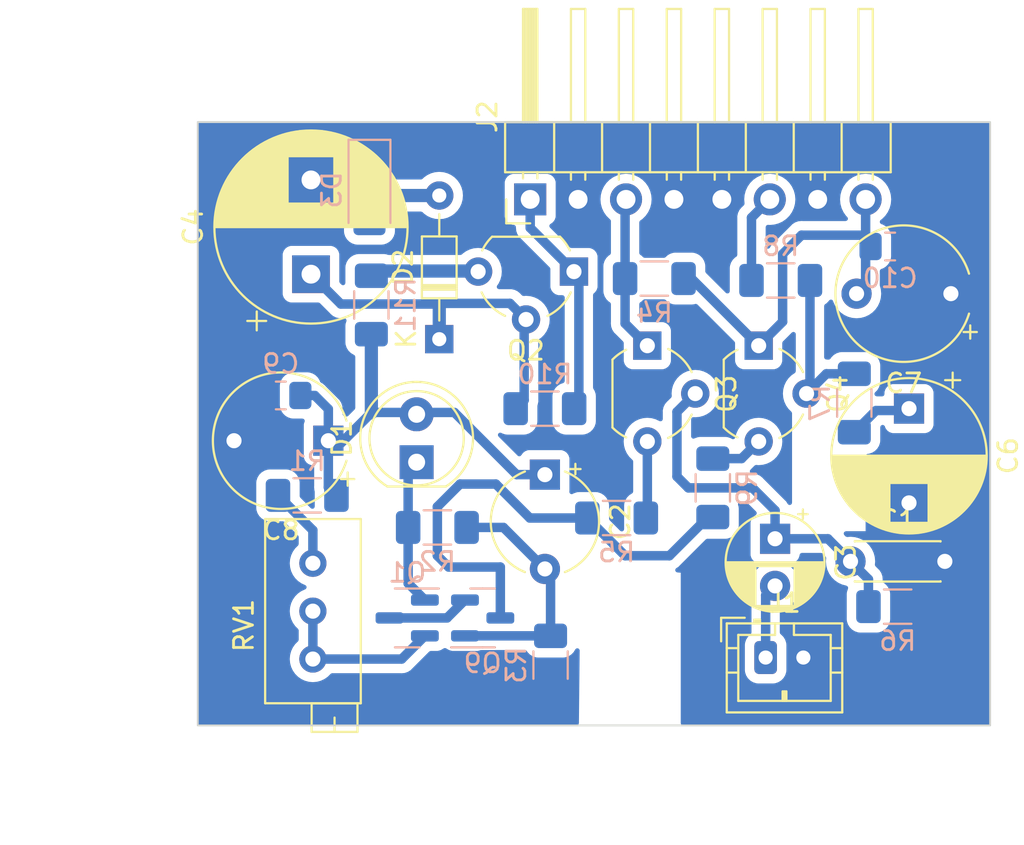
<source format=kicad_pcb>
(kicad_pcb (version 20221018) (generator pcbnew)
  (layers (0 "F.Cu" signal) (31 "B.Cu" signal) (34 "B.Paste" user) (35 "F.Paste" user) (36 "B.SilkS" user "B.Silkscreen") (37 "F.SilkS" user "F.Silkscreen") (38 "B.Mask" user) (39 "F.Mask" user) (44 "Edge.Cuts" user))
  (net 0 "")
  (net 1 "Net-(Q3-B)")
  (net 2 "GND")
  (net 3 "Net-(D1-A)")
  (net 4 "Net-(J1-Pin_1)")
  (net 5 "Net-(J2-Pin_8)")
  (net 6 "Net-(C6-Pad1)")
  (net 7 "Net-(D1-K)")
  (net 8 "Net-(J2-Pin_3)")
  (net 9 "Net-(J2-Pin_6)")
  (net 10 "Net-(Q1-C)")
  (net 11 "Net-(Q1-E)")
  (net 12 "Net-(Q4-B)")
  (net 13 "Net-(Q9-B)")
  (net 14 "Net-(Q2-E)")
  (net 15 "Net-(Q3-E)")
  (net 16 "Net-(D2-K)")
  (net 17 "Net-(J2-Pin_1)")
  (net 18 "Net-(Q4-E)")
  (net 19 "Net-(Q9-C)")
  (net 20 "Net-(R1-Pad2)")
  (net 21 "Net-(D2-A)")
  (footprint "Potentiometer_THT:Potentiometer_Bourns_3296X_Horizontal" (layer "F.Cu") (at 117.1 92.4 90)
    (fp_text reference "RV1" (at -3.3 -3.66 90) (layer "F.SilkS"))
    (fp_text value "1k")
    (pad "1" thru_hole circle (at 0 0 90) (size 1.44 1.44) (drill 0.8) (layers "*.Cu" "*.Mask") (net 20 "Net-(R1-Pad2)"))
    (pad "2" thru_hole circle (at -2.54 0 90) (size 1.44 1.44) (drill 0.8) (layers "*.Cu" "*.Mask") (net 11 "Net-(Q1-E)"))
    (pad "3" thru_hole circle (at -5.08 0 90) (size 1.44 1.44) (drill 0.8) (layers "*.Cu" "*.Mask") (net 11 "Net-(Q1-E)"))
  )
  (footprint "Connector_PinHeader_2.54mm:PinHeader_1x08_P2.54mm_Horizontal" (layer "F.Cu") (at 128.62 73.1 90)
    (fp_text reference "J2" (at 4.385 -2.27 90) (layer "F.SilkS"))
    (fp_text value "Conn_01x08")
    (pad "1" thru_hole rect (at 0 0 90) (size 1.7 1.7) (drill 1) (layers "*.Cu" "*.Mask") (net 17 "Net-(J2-Pin_1)"))
    (pad "2" thru_hole oval (at 0 2.54 90) (size 1.7 1.7) (drill 1) (layers "*.Cu" "*.Mask") (net 2 "GND"))
    (pad "3" thru_hole oval (at 0 5.08 90) (size 1.7 1.7) (drill 1) (layers "*.Cu" "*.Mask") (net 8 "Net-(J2-Pin_3)"))
    (pad "4" thru_hole oval (at 0 7.62 90) (size 1.7 1.7) (drill 1) (layers "*.Cu" "*.Mask") (net 2 "GND"))
    (pad "5" thru_hole oval (at 0 10.16 90) (size 1.7 1.7) (drill 1) (layers "*.Cu" "*.Mask") (net 2 "GND"))
    (pad "6" thru_hole oval (at 0 12.7 90) (size 1.7 1.7) (drill 1) (layers "*.Cu" "*.Mask") (net 9 "Net-(J2-Pin_6)"))
    (pad "7" thru_hole oval (at 0 15.24 90) (size 1.7 1.7) (drill 1) (layers "*.Cu" "*.Mask") (net 2 "GND"))
    (pad "8" thru_hole oval (at 0 17.78 90) (size 1.7 1.7) (drill 1) (layers "*.Cu" "*.Mask") (net 5 "Net-(J2-Pin_8)"))
  )
  (footprint "Package_TO_SOT_THT:TO-92_Wide" (layer "F.Cu") (at 130.94 76.93 180)
    (fp_text reference "Q2" (at 2.55 -4.19) (layer "F.SilkS"))
    (fp_text value "BC237")
    (pad "1" thru_hole rect (at 0 0 180) (size 1.5 1.5) (drill 0.8) (layers "*.Cu" "*.Mask") (net 17 "Net-(J2-Pin_1)"))
    (pad "2" thru_hole circle (at 2.54 -2.54 180) (size 1.5 1.5) (drill 0.8) (layers "*.Cu" "*.Mask") (net 16 "Net-(D2-K)"))
    (pad "3" thru_hole circle (at 5.08 0 180) (size 1.5 1.5) (drill 0.8) (layers "*.Cu" "*.Mask") (net 14 "Net-(Q2-E)"))
  )
  (footprint "LED_THT:LED_D5.0mm" (layer "F.Cu") (at 122.6 87.04 90)
    (fp_text reference "D1" (at 1.27 -3.96 90) (layer "F.SilkS"))
    (fp_text value "LED_Small")
    (pad "1" thru_hole rect (at 0 0 90) (size 1.8 1.8) (drill 0.9) (layers "*.Cu" "*.Mask") (net 7 "Net-(D1-K)"))
    (pad "2" thru_hole circle (at 2.54 0 90) (size 1.8 1.8) (drill 0.9) (layers "*.Cu" "*.Mask") (net 3 "Net-(D1-A)"))
  )
  (footprint "Capacitor_THT:CP_Radial_D5.0mm_P2.50mm" (layer "F.Cu") (at 141.6 91.1 -90)
    (fp_text reference "C3" (at 1.25 -3.75 90) (layer "F.SilkS"))
    (fp_text value "2u2/16V")
    (pad "1" thru_hole rect (at 0 0 270) (size 1.6 1.6) (drill 0.8) (layers "*.Cu" "*.Mask") (net 1 "Net-(Q3-B)"))
    (pad "2" thru_hole circle (at 2.5 0 270) (size 1.6 1.6) (drill 0.8) (layers "*.Cu" "*.Mask") (net 4 "Net-(J1-Pin_1)"))
  )
  (footprint "Package_TO_SOT_THT:TO-92_Wide" (layer "F.Cu") (at 140.73 80.86 -90)
    (fp_text reference "Q4" (at 2.55 -4.19 90) (layer "F.SilkS"))
    (fp_text value "BC560C")
    (pad "1" thru_hole rect (at 0 0 270) (size 1.5 1.5) (drill 0.8) (layers "*.Cu" "*.Mask") (net 5 "Net-(J2-Pin_8)"))
    (pad "2" thru_hole circle (at 2.54 -2.54 270) (size 1.5 1.5) (drill 0.8) (layers "*.Cu" "*.Mask") (net 12 "Net-(Q4-B)"))
    (pad "3" thru_hole circle (at 5.08 0 270) (size 1.5 1.5) (drill 0.8) (layers "*.Cu" "*.Mask") (net 18 "Net-(Q4-E)"))
  )
  (footprint "Connector_JST:JST_PH_B2B-PH-K_1x02_P2.00mm_Vertical" (layer "F.Cu") (at 141.1 97.4)
    (fp_text reference "J1" (at 1 -2.9) (layer "F.SilkS"))
    (fp_text value "Conn_01x02")
    (pad "1" thru_hole roundrect (at 0 0) (size 1.2 1.75) (drill 0.75) (layers "*.Cu" "*.Mask") (roundrect_rratio 0.208333) (net 4 "Net-(J1-Pin_1)"))
    (pad "2" thru_hole oval (at 2 0) (size 1.2 1.75) (drill 0.75) (layers "*.Cu" "*.Mask") (net 2 "GND"))
  )
  (footprint "Capacitor_THT:CP_Radial_Tantal_D7.0mm_P5.00mm" (layer "F.Cu") (at 117.920139 85.9 180)
    (fp_text reference "C8" (at 2.5 -4.75) (layer "F.SilkS"))
    (fp_text value "220u/35V")
    (pad "1" thru_hole rect (at 0 0 180) (size 1.6 1.6) (drill 0.8) (layers "*.Cu" "*.Mask") (net 3 "Net-(D1-A)"))
    (pad "2" thru_hole circle (at 5 0 180) (size 1.6 1.6) (drill 0.8) (layers "*.Cu" "*.Mask") (net 2 "GND"))
  )
  (footprint "Capacitor_THT:CP_Radial_D10.0mm_P5.00mm" (layer "F.Cu") (at 117 77.067677 90)
    (fp_text reference "C4" (at 2.5 -6.25 90) (layer "F.SilkS"))
    (fp_text value "220u/35V")
    (pad "1" thru_hole rect (at 0 0 90) (size 2 2) (drill 1) (layers "*.Cu" "*.Mask") (net 16 "Net-(D2-K)"))
    (pad "2" thru_hole circle (at 5 0 90) (size 2 2) (drill 1) (layers "*.Cu" "*.Mask") (net 2 "GND"))
  )
  (footprint "Package_TO_SOT_THT:TO-92_Wide" (layer "F.Cu") (at 134.83 80.86 -90)
    (fp_text reference "Q3" (at 2.55 -4.19 90) (layer "F.SilkS"))
    (fp_text value "BC560C")
    (pad "1" thru_hole rect (at 0 0 270) (size 1.5 1.5) (drill 0.8) (layers "*.Cu" "*.Mask") (net 8 "Net-(J2-Pin_3)"))
    (pad "2" thru_hole circle (at 2.54 -2.54 270) (size 1.5 1.5) (drill 0.8) (layers "*.Cu" "*.Mask") (net 1 "Net-(Q3-B)"))
    (pad "3" thru_hole circle (at 5.08 0 270) (size 1.5 1.5) (drill 0.8) (layers "*.Cu" "*.Mask") (net 15 "Net-(Q3-E)"))
  )
  (footprint "Diode_THT:D_DO-34_SOD68_P7.62mm_Horizontal" (layer "F.Cu") (at 123.8 80.515 90)
    (fp_text reference "D2" (at 3.81 -1.92 90) (layer "F.SilkS"))
    (fp_text value "24V")
    (fp_text user "K" (at 0 -1.75 90) (layer "F.SilkS"))
    (pad "1" thru_hole rect (at 0 0 90) (size 1.5 1.5) (drill 0.75) (layers "*.Cu" "*.Mask") (net 16 "Net-(D2-K)"))
    (pad "2" thru_hole oval (at 7.62 0 90) (size 1.5 1.5) (drill 0.75) (layers "*.Cu" "*.Mask") (net 21 "Net-(D2-A)"))
  )
  (footprint "Capacitor_THT:CP_Radial_D8.0mm_P5.00mm" (layer "F.Cu") (at 148.7 84.197349 -90)
    (fp_text reference "C6" (at 2.5 -5.25 -90) (layer "F.SilkS"))
    (fp_text value "47u/25V")
    (pad "1" thru_hole rect (at 0 0 270) (size 1.6 1.6) (drill 0.8) (layers "*.Cu" "*.Mask") (net 6 "Net-(C6-Pad1)"))
    (pad "2" thru_hole circle (at 5 0 270) (size 1.6 1.6) (drill 0.8) (layers "*.Cu" "*.Mask") (net 2 "GND"))
  )
  (footprint "Capacitor_THT:CP_Radial_Tantal_D7.0mm_P5.00mm" (layer "F.Cu") (at 150.920139 78.1 180)
    (fp_text reference "C7" (at 2.5 -4.75) (layer "F.SilkS"))
    (fp_text value "220u/35V")
    (pad "1" thru_hole rect (at 0 0 180) (size 1.6 1.6) (drill 0.8) (layers "*.Cu" "*.Mask") (net 2 "GND"))
    (pad "2" thru_hole circle (at 5 0 180) (size 1.6 1.6) (drill 0.8) (layers "*.Cu" "*.Mask") (net 5 "Net-(J2-Pin_8)"))
  )
  (footprint "Capacitor_THT:CP_Radial_Tantal_D5.5mm_P5.00mm" (layer "F.Cu") (at 129.4 87.7 -90)
    (fp_text reference "C2" (at 2.5 -4 90) (layer "F.SilkS"))
    (fp_text value "33u/25V")
    (pad "1" thru_hole rect (at 0 0 270) (size 1.6 1.6) (drill 0.8) (layers "*.Cu" "*.Mask") (net 3 "Net-(D1-A)"))
    (pad "2" thru_hole circle (at 5 0 270) (size 1.6 1.6) (drill 0.8) (layers "*.Cu" "*.Mask") (net 13 "Net-(Q9-B)"))
  )
  (footprint "Capacitor_THT:C_Disc_D4.3mm_W1.9mm_P5.00mm" (layer "F.Cu") (at 145.6 92.3)
    (fp_text reference "C1" (at 2.5 -2.2) (layer "F.SilkS"))
    (fp_text value "330p")
    (pad "1" thru_hole circle (at 0 0) (size 1.6 1.6) (drill 0.8) (layers "*.Cu" "*.Mask") (net 1 "Net-(Q3-B)"))
    (pad "2" thru_hole circle (at 5 0) (size 1.6 1.6) (drill 0.8) (layers "*.Cu" "*.Mask") (net 2 "GND"))
  )
  (footprint "Resistor_SMD:R_1206_3216Metric_Pad1.30x1.75mm_HandSolder" (layer "B.Cu") (at 148.1 94.7)
    (fp_text reference "R6" (at 0 1.82) (layer "B.SilkS") (effects (justify mirror)))
    (fp_text value "68k")
    (pad "1" smd roundrect (at -1.55 0) (size 1.3 1.75) (layers "B.Cu" "B.Paste" "B.Mask") (roundrect_rratio 0.192308) (net 1 "Net-(Q3-B)"))
    (pad "2" smd roundrect (at 1.55 0) (size 1.3 1.75) (layers "B.Cu" "B.Paste" "B.Mask") (roundrect_rratio 0.192308) (net 2 "GND"))
  )
  (footprint "Resistor_SMD:R_1206_3216Metric_Pad1.30x1.75mm_HandSolder" (layer "B.Cu") (at 138.3 88.4 90)
    (fp_text reference "R9" (at 0 1.82 90) (layer "B.SilkS") (effects (justify mirror)))
    (fp_text value "220")
    (pad "1" smd roundrect (at -1.55 0 90) (size 1.3 1.75) (layers "B.Cu" "B.Paste" "B.Mask") (roundrect_rratio 0.192308) (net 19 "Net-(Q9-C)"))
    (pad "2" smd roundrect (at 1.55 0 90) (size 1.3 1.75) (layers "B.Cu" "B.Paste" "B.Mask") (roundrect_rratio 0.192308) (net 18 "Net-(Q4-E)"))
  )
  (footprint "Resistor_SMD:R_1206_3216Metric_Pad1.30x1.75mm_HandSolder" (layer "B.Cu") (at 129.4 84.2 180)
    (fp_text reference "R10" (at 0 1.82) (layer "B.SilkS") (effects (justify mirror)))
    (fp_text value "620")
    (pad "1" smd roundrect (at -1.55 0 180) (size 1.3 1.75) (layers "B.Cu" "B.Paste" "B.Mask") (roundrect_rratio 0.192308) (net 17 "Net-(J2-Pin_1)"))
    (pad "2" smd roundrect (at 1.55 0 180) (size 1.3 1.75) (layers "B.Cu" "B.Paste" "B.Mask") (roundrect_rratio 0.192308) (net 16 "Net-(D2-K)"))
  )
  (footprint "Capacitor_SMD:C_0805_2012Metric_Pad1.18x1.45mm_HandSolder" (layer "B.Cu") (at 147.7 75.6)
    (fp_text reference "C10" (at 0 1.68) (layer "B.SilkS") (effects (justify mirror)))
    (fp_text value "100n")
    (pad "1" smd roundrect (at -1.0375 0) (size 1.175 1.45) (layers "B.Cu" "B.Paste" "B.Mask") (roundrect_rratio 0.212766) (net 5 "Net-(J2-Pin_8)"))
    (pad "2" smd roundrect (at 1.0375 0) (size 1.175 1.45) (layers "B.Cu" "B.Paste" "B.Mask") (roundrect_rratio 0.212766) (net 2 "GND"))
  )
  (footprint "Resistor_SMD:R_1206_3216Metric_Pad1.30x1.75mm_HandSolder" (layer "B.Cu") (at 120.2 78.7 90)
    (fp_text reference "R11" (at 0 1.82 90) (layer "B.SilkS") (effects (justify mirror)))
    (fp_text value "10")
    (pad "1" smd roundrect (at -1.55 0 90) (size 1.3 1.75) (layers "B.Cu" "B.Paste" "B.Mask") (roundrect_rratio 0.192308) (net 3 "Net-(D1-A)"))
    (pad "2" smd roundrect (at 1.55 0 90) (size 1.3 1.75) (layers "B.Cu" "B.Paste" "B.Mask") (roundrect_rratio 0.192308) (net 14 "Net-(Q2-E)"))
  )
  (footprint "Capacitor_SMD:C_0805_2012Metric_Pad1.18x1.45mm_HandSolder" (layer "B.Cu") (at 115.4 83.5 180)
    (fp_text reference "C9" (at 0 1.68) (layer "B.SilkS") (effects (justify mirror)))
    (fp_text value "100n")
    (pad "1" smd roundrect (at -1.0375 0 180) (size 1.175 1.45) (layers "B.Cu" "B.Paste" "B.Mask") (roundrect_rratio 0.212766) (net 3 "Net-(D1-A)"))
    (pad "2" smd roundrect (at 1.0375 0 180) (size 1.175 1.45) (layers "B.Cu" "B.Paste" "B.Mask") (roundrect_rratio 0.212766) (net 2 "GND"))
  )
  (footprint "Package_TO_SOT_SMD:SOT-23" (layer "B.Cu") (at 126.1 95.3)
    (fp_text reference "Q9" (at 0 2.4) (layer "B.SilkS") (effects (justify mirror)))
    (fp_text value "BC858")
    (pad "1" smd roundrect (at -0.9375 0.95) (size 1.475 0.6) (layers "B.Cu" "B.Paste" "B.Mask") (net 13 "Net-(Q9-B)"))
    (pad "2" smd roundrect (at -0.9375 -0.95) (size 1.475 0.6) (layers "B.Cu" "B.Paste" "B.Mask") (net 10 "Net-(Q1-C)"))
    (pad "3" smd roundrect (at 0.9375 0) (size 1.475 0.6) (layers "B.Cu" "B.Paste" "B.Mask") (net 19 "Net-(Q9-C)"))
  )
  (footprint "Resistor_SMD:R_1206_3216Metric_Pad1.30x1.75mm_HandSolder" (layer "B.Cu") (at 133.2 90)
    (fp_text reference "R5" (at 0 1.82) (layer "B.SilkS") (effects (justify mirror)))
    (fp_text value "220")
    (pad "1" smd roundrect (at -1.55 0) (size 1.3 1.75) (layers "B.Cu" "B.Paste" "B.Mask") (roundrect_rratio 0.192308) (net 19 "Net-(Q9-C)"))
    (pad "2" smd roundrect (at 1.55 0) (size 1.3 1.75) (layers "B.Cu" "B.Paste" "B.Mask") (roundrect_rratio 0.192308) (net 15 "Net-(Q3-E)"))
  )
  (footprint "Resistor_SMD:R_1206_3216Metric_Pad1.30x1.75mm_HandSolder" (layer "B.Cu") (at 123.7 90.5)
    (fp_text reference "R2" (at 0 1.82) (layer "B.SilkS") (effects (justify mirror)))
    (fp_text value "470")
    (pad "1" smd roundrect (at -1.55 0) (size 1.3 1.75) (layers "B.Cu" "B.Paste" "B.Mask") (roundrect_rratio 0.192308) (net 7 "Net-(D1-K)"))
    (pad "2" smd roundrect (at 1.55 0) (size 1.3 1.75) (layers "B.Cu" "B.Paste" "B.Mask") (roundrect_rratio 0.192308) (net 13 "Net-(Q9-B)"))
  )
  (footprint "Resistor_SMD:R_1206_3216Metric_Pad1.30x1.75mm_HandSolder" (layer "B.Cu") (at 129.7 97.8 -90)
    (fp_text reference "R3" (at 0 1.82 90) (layer "B.SilkS") (effects (justify mirror)))
    (fp_text value "10k")
    (pad "1" smd roundrect (at -1.55 0 270) (size 1.3 1.75) (layers "B.Cu" "B.Paste" "B.Mask") (roundrect_rratio 0.192308) (net 13 "Net-(Q9-B)"))
    (pad "2" smd roundrect (at 1.55 0 270) (size 1.3 1.75) (layers "B.Cu" "B.Paste" "B.Mask") (roundrect_rratio 0.192308) (net 2 "GND"))
  )
  (footprint "Diode_SMD:D_MiniMELF" (layer "B.Cu") (at 120.1 72.6 -90)
    (fp_text reference "D3" (at 0 2 90) (layer "B.SilkS") (effects (justify mirror)))
    (fp_text value "1N4148")
    (pad "1" smd roundrect (at -1.75 0 270) (size 1.3 1.7) (layers "B.Cu" "B.Paste" "B.Mask") (roundrect_rratio 0.1923076923) (net 2 "GND"))
    (pad "2" smd roundrect (at 1.75 0 270) (size 1.3 1.7) (layers "B.Cu" "B.Paste" "B.Mask") (roundrect_rratio 0.1923076923) (net 21 "Net-(D2-A)"))
  )
  (footprint "Resistor_SMD:R_1206_3216Metric_Pad1.30x1.75mm_HandSolder" (layer "B.Cu") (at 145.8 83.9 -90)
    (fp_text reference "R7" (at 0 1.82 90) (layer "B.SilkS") (effects (justify mirror)))
    (fp_text value "1k")
    (pad "1" smd roundrect (at -1.55 0 270) (size 1.3 1.75) (layers "B.Cu" "B.Paste" "B.Mask") (roundrect_rratio 0.192308) (net 12 "Net-(Q4-B)"))
    (pad "2" smd roundrect (at 1.55 0 270) (size 1.3 1.75) (layers "B.Cu" "B.Paste" "B.Mask") (roundrect_rratio 0.192308) (net 6 "Net-(C6-Pad1)"))
  )
  (footprint "Resistor_SMD:R_1206_3216Metric_Pad1.30x1.75mm_HandSolder" (layer "B.Cu") (at 141.9 77.4 180)
    (fp_text reference "R8" (at 0 1.82) (layer "B.SilkS") (effects (justify mirror)))
    (fp_text value "68k")
    (pad "1" smd roundrect (at -1.55 0 180) (size 1.3 1.75) (layers "B.Cu" "B.Paste" "B.Mask") (roundrect_rratio 0.192308) (net 12 "Net-(Q4-B)"))
    (pad "2" smd roundrect (at 1.55 0 180) (size 1.3 1.75) (layers "B.Cu" "B.Paste" "B.Mask") (roundrect_rratio 0.192308) (net 9 "Net-(J2-Pin_6)"))
  )
  (footprint "Resistor_SMD:R_1206_3216Metric_Pad1.30x1.75mm_HandSolder" (layer "B.Cu") (at 135.2 77.3)
    (fp_text reference "R4" (at 0 1.82) (layer "B.SilkS") (effects (justify mirror)))
    (fp_text value "620")
    (pad "1" smd roundrect (at -1.55 0) (size 1.3 1.75) (layers "B.Cu" "B.Paste" "B.Mask") (roundrect_rratio 0.192308) (net 8 "Net-(J2-Pin_3)"))
    (pad "2" smd roundrect (at 1.55 0) (size 1.3 1.75) (layers "B.Cu" "B.Paste" "B.Mask") (roundrect_rratio 0.192308) (net 5 "Net-(J2-Pin_8)"))
  )
  (footprint "Resistor_SMD:R_1206_3216Metric_Pad1.30x1.75mm_HandSolder" (layer "B.Cu") (at 116.8 88.8 180)
    (fp_text reference "R1" (at 0 1.82) (layer "B.SilkS") (effects (justify mirror)))
    (fp_text value "510")
    (pad "1" smd roundrect (at -1.55 0 180) (size 1.3 1.75) (layers "B.Cu" "B.Paste" "B.Mask") (roundrect_rratio 0.192308) (net 3 "Net-(D1-A)"))
    (pad "2" smd roundrect (at 1.55 0 180) (size 1.3 1.75) (layers "B.Cu" "B.Paste" "B.Mask") (roundrect_rratio 0.192308) (net 20 "Net-(R1-Pad2)"))
  )
  (footprint "Package_TO_SOT_SMD:SOT-23" (layer "B.Cu") (at 122.1 95.3 180)
    (fp_text reference "Q1" (at 0 2.4) (layer "B.SilkS") (effects (justify mirror)))
    (fp_text value "BC858")
    (pad "1" smd roundrect (at -0.9375 0.95 180) (size 1.475 0.6) (layers "B.Cu" "B.Paste" "B.Mask") (net 7 "Net-(D1-K)"))
    (pad "2" smd roundrect (at -0.9375 -0.95 180) (size 1.475 0.6) (layers "B.Cu" "B.Paste" "B.Mask") (net 11 "Net-(Q1-E)"))
    (pad "3" smd roundrect (at 0.9375 0 180) (size 1.475 0.6) (layers "B.Cu" "B.Paste" "B.Mask") (net 10 "Net-(Q1-C)"))
  )
  (gr_rect (start 111 69) (end 153 101) (stroke (width 0.1)) (fill none) (layer "Edge.Cuts"))
  (segment (start 136.4 87.8) (end 137 88.4) (width 0.5) (layer "B.Cu") (net 1))
  (segment (start 136.4 84.37) (end 136.4 87.8) (width 0.5) (layer "B.Cu") (net 1))
  (segment (start 146.55 94.7) (end 146.55 93.25) (width 0.5) (layer "B.Cu") (net 1))
  (segment (start 137.37 83.4) (end 136.4 84.37) (width 0.5) (layer "B.Cu") (net 1))
  (segment (start 141.6 89.6) (end 141.6 91.1) (width 0.5) (layer "B.Cu") (net 1))
  (segment (start 137 88.4) (end 140.4 88.4) (width 0.5) (layer "B.Cu") (net 1))
  (segment (start 140.4 88.4) (end 141.6 89.6) (width 0.5) (layer "B.Cu") (net 1))
  (segment (start 146.55 93.25) (end 144.4 91.1) (width 0.5) (layer "B.Cu") (net 1))
  (segment (start 144.4 91.1) (end 141.6 91.1) (width 0.5) (layer "B.Cu") (net 1))
  (segment (start 117.920139 84.220139) (end 117.2 83.5) (width 0.5) (layer "B.Cu") (net 3))
  (segment (start 117.920139 85.9) (end 117.920139 88.370139) (width 0.5) (layer "B.Cu") (net 3))
  (segment (start 127.9 87.7) (end 129.4 87.7) (width 0.5) (layer "B.Cu") (net 3))
  (segment (start 118.210069 86.41007) (end 120.220139 84.4) (width 0.5) (layer "B.Cu") (net 3))
  (segment (start 120.2 84.420138) (end 118.720138 85.9) (width 0.5) (layer "B.Cu") (net 3))
  (segment (start 117.2 83.5) (end 116.4375 83.5) (width 0.5) (layer "B.Cu") (net 3))
  (segment (start 124.6 84.4) (end 127.9 87.7) (width 0.5) (layer "B.Cu") (net 3))
  (segment (start 117.920139 88.370139) (end 118.35 88.8) (width 0.5) (layer "B.Cu") (net 3))
  (segment (start 120.220139 84.4) (end 124.6 84.4) (width 0.5) (layer "B.Cu") (net 3))
  (segment (start 117.920139 86.379861) (end 117.920139 84.220139) (width 0.5) (layer "B.Cu") (net 3))
  (segment (start 120.2 80.35) (end 120.2 84.420138) (width 0.7) (layer "B.Cu") (net 3))
  (segment (start 141.1 97.4) (end 141.1 94.1) (width 0.5) (layer "B.Cu") (net 4))
  (segment (start 141.1 94.1) (end 141.6 93.6) (width 0.5) (layer "B.Cu") (net 4))
  (segment (start 142 76) (end 142 79.59) (width 0.5) (layer "B.Cu") (net 5))
  (segment (start 143 75) (end 142 76) (width 0.5) (layer "B.Cu") (net 5))
  (segment (start 146.4 73.1) (end 146.4 75) (width 0.5) (layer "B.Cu") (net 5))
  (segment (start 142 79.59) (end 140.73 80.86) (width 0.5) (layer "B.Cu") (net 5))
  (segment (start 137.17 77.3) (end 140.73 80.86) (width 0.5) (layer "B.Cu") (net 5))
  (segment (start 136.75 77.3) (end 137.17 77.3) (width 0.5) (layer "B.Cu") (net 5))
  (segment (start 146.4 75) (end 143 75) (width 0.5) (layer "B.Cu") (net 5))
  (segment (start 146.4 77.620139) (end 145.920139 78.1) (width 0.5) (layer "B.Cu") (net 5))
  (segment (start 146.4 75) (end 146.4 77.620139) (width 0.5) (layer "B.Cu") (net 5))
  (segment (start 146.95 84.3) (end 148.6 84.3) (width 0.5) (layer "B.Cu") (net 6))
  (segment (start 145.8 85.45) (end 146.95 84.3) (width 0.5) (layer "B.Cu") (net 6))
  (segment (start 122.15 87.49) (end 122.6 87.04) (width 0.5) (layer "B.Cu") (net 7))
  (segment (start 122.15 90.5) (end 122.15 93.4625) (width 0.5) (layer "B.Cu") (net 7))
  (segment (start 122.15 90.5) (end 122.15 87.49) (width 0.5) (layer "B.Cu") (net 7))
  (segment (start 122.15 93.4625) (end 123.0375 94.35) (width 0.5) (layer "B.Cu") (net 7))
  (segment (start 133.65 77.3) (end 133.65 73.15) (width 0.5) (layer "B.Cu") (net 8))
  (segment (start 133.65 79.68) (end 134.83 80.86) (width 0.5) (layer "B.Cu") (net 8))
  (segment (start 133.65 77.3) (end 133.65 79.68) (width 0.5) (layer "B.Cu") (net 8))
  (segment (start 133.65 73.15) (end 133.7 73.1) (width 0.5) (layer "B.Cu") (net 8))
  (segment (start 140.35 77.4) (end 140.35 74.07) (width 0.5) (layer "B.Cu") (net 9))
  (segment (start 140.35 74.07) (end 141.32 73.1) (width 0.5) (layer "B.Cu") (net 9))
  (segment (start 124.2125 95.3) (end 125.1625 94.35) (width 0.5) (layer "B.Cu") (net 10))
  (segment (start 121.1625 95.3) (end 124.2125 95.3) (width 0.5) (layer "B.Cu") (net 10))
  (segment (start 121.8075 97.48) (end 123.0375 96.25) (width 0.5) (layer "B.Cu") (net 11))
  (segment (start 117.1 97.48) (end 117.1 94.94) (width 0.5) (layer "B.Cu") (net 11))
  (segment (start 117.1 97.48) (end 121.8075 97.48) (width 0.5) (layer "B.Cu") (net 11))
  (segment (start 145.8 82.35) (end 144.32 82.35) (width 0.5) (layer "B.Cu") (net 12))
  (segment (start 143.45 83.22) (end 143.27 83.4) (width 0.5) (layer "B.Cu") (net 12))
  (segment (start 144.32 82.35) (end 143.27 83.4) (width 0.5) (layer "B.Cu") (net 12))
  (segment (start 143.45 77.4) (end 143.45 83.22) (width 0.5) (layer "B.Cu") (net 12))
  (segment (start 143.27 83.4) (end 143.27 83.72) (width 0.5) (layer "B.Cu") (net 12))
  (segment (start 129.7 96.25) (end 129.7 93) (width 0.5) (layer "B.Cu") (net 13))
  (segment (start 127.2 90.5) (end 129.4 92.7) (width 0.5) (layer "B.Cu") (net 13))
  (segment (start 125.25 90.5) (end 127.2 90.5) (width 0.5) (layer "B.Cu") (net 13))
  (segment (start 129.7 93) (end 129.4 92.7) (width 0.5) (layer "B.Cu") (net 13))
  (segment (start 125.1625 96.25) (end 129.7 96.25) (width 0.5) (layer "B.Cu") (net 13))
  (segment (start 120.55 76.9) (end 120.2 77.25) (width 0.5) (layer "B.Cu") (net 14))
  (segment (start 125.86 76.93) (end 125.83 76.9) (width 0.5) (layer "B.Cu") (net 14))
  (segment (start 125.83 76.9) (end 120.55 76.9) (width 0.7) (layer "B.Cu") (net 14))
  (segment (start 134.75 90) (end 134.83 89.92) (width 0.5) (layer "B.Cu") (net 15))
  (segment (start 134.83 89.92) (end 134.83 85.94) (width 0.5) (layer "B.Cu") (net 15))
  (segment (start 123.8 78.615) (end 127.545 78.615) (width 0.5) (layer "B.Cu") (net 16))
  (segment (start 123.8 78.685) (end 123.765 78.65) (width 0.5) (layer "B.Cu") (net 16))
  (segment (start 117 77.067677) (end 118.582323 78.65) (width 0.5) (layer "B.Cu") (net 16))
  (segment (start 127.545 78.615) (end 128.4 79.47) (width 0.5) (layer "B.Cu") (net 16))
  (segment (start 118.582323 78.65) (end 123.765 78.65) (width 0.5) (layer "B.Cu") (net 16))
  (segment (start 128.4 79.47) (end 128.3 79.57) (width 0.5) (layer "B.Cu") (net 16))
  (segment (start 128.3 79.57) (end 128.3 83.75) (width 0.5) (layer "B.Cu") (net 16))
  (segment (start 128.3 83.75) (end 127.75 84.3) (width 0.5) (layer "B.Cu") (net 16))
  (segment (start 123.8 80.215) (end 123.8 78.685) (width 0.7) (layer "B.Cu") (net 16))
  (segment (start 123.765 78.65) (end 123.8 78.615) (width 0.5) (layer "B.Cu") (net 16))
  (segment (start 130.85 84.3) (end 131.2 83.95) (width 0.5) (layer "B.Cu") (net 17))
  (segment (start 131.2 83.95) (end 131.2 77.19) (width 0.5) (layer "B.Cu") (net 17))
  (segment (start 128.62 74.61) (end 128.62 73.1) (width 0.5) (layer "B.Cu") (net 17))
  (segment (start 131.2 77.19) (end 128.62 74.61) (width 0.5) (layer "B.Cu") (net 17))
  (segment (start 138.3 86.85) (end 139.82 86.85) (width 0.5) (layer "B.Cu") (net 18))
  (segment (start 139.82 86.85) (end 140.73 85.94) (width 0.5) (layer "B.Cu") (net 18))
  (segment (start 123.7 92) (end 123.7 89.4) (width 0.5) (layer "B.Cu") (net 19))
  (segment (start 124.9 88.2) (end 126.8 88.2) (width 0.5) (layer "B.Cu") (net 19))
  (segment (start 126.8 88.2) (end 128.6 90) (width 0.5) (layer "B.Cu") (net 19))
  (segment (start 127.0375 92.6) (end 124.3 92.6) (width 0.5) (layer "B.Cu") (net 19))
  (segment (start 127.0375 95.3) (end 127.0375 92.6) (width 0.5) (layer "B.Cu") (net 19))
  (segment (start 128.6 90) (end 131.65 90) (width 0.5) (layer "B.Cu") (net 19))
  (segment (start 123.7 89.4) (end 124.9 88.2) (width 0.5) (layer "B.Cu") (net 19))
  (segment (start 124.3 92.6) (end 123.7 92) (width 0.5) (layer "B.Cu") (net 19))
  (segment (start 131.55 89.9) (end 133.65 92) (width 0.5) (layer "B.Cu") (net 19))
  (segment (start 133.65 92) (end 136 92) (width 0.5) (layer "B.Cu") (net 19))
  (segment (start 136 92) (end 138.05 89.95) (width 0.5) (layer "B.Cu") (net 19))
  (segment (start 138.05 89.95) (end 138.3 89.95) (width 0.5) (layer "B.Cu") (net 19))
  (segment (start 117.1 90.65) (end 115.25 88.8) (width 0.5) (layer "B.Cu") (net 20))
  (segment (start 117.1 92.4) (end 117.1 90.65) (width 0.5) (layer "B.Cu") (net 20))
  (segment (start 121.555 72.895) (end 123.8 72.895) (width 0.7) (layer "B.Cu") (net 21))
  (segment (start 120.1 74.35) (end 121.555 72.895) (width 0.7) (layer "B.Cu") (net 21))
  (segment (start 120.5 74.35) (end 120.1 74.35) (width 0.5) (layer "B.Cu") (net 21))
  (zone (net 0) (net_name "") (layer "B.Cu") (connect_pads yes (clearance 0)) (min_thickness 0.25)
    (keepout (tracks not_allowed) (vias not_allowed) (pads not_allowed) (copperpour not_allowed) (footprints allowed))
    (fill (thermal_gap 0.5) (thermal_bridge_width 0.5))
    (polygon (pts (xy 134.5 76.2) (xy 135.9 76.2) (xy 135.9 78.4) (xy 134.5 78.4)))
  )
  (zone (net 0) (net_name "") (layer "B.Cu") (connect_pads yes (clearance 0)) (min_thickness 0.25)
    (keepout (tracks allowed) (vias allowed) (pads allowed) (copperpour not_allowed) (footprints allowed))
    (fill (thermal_gap 0.5) (thermal_bridge_width 0.5))
    (polygon (pts (xy 142.5 84.4) (xy 146.4 84.4) (xy 146.4 90.7) (xy 142.7 90.7) (xy 142.5 90)))
  )
  (zone (net 0) (net_name "") (layer "B.Cu") (connect_pads yes (clearance 0)) (min_thickness 0.25)
    (keepout (tracks not_allowed) (vias not_allowed) (pads not_allowed) (copperpour not_allowed) (footprints allowed))
    (fill (thermal_gap 0.5) (thermal_bridge_width 0.5))
    (polygon (pts (xy 131.3 91.4) (xy 133.8 92.7) (xy 136.6 92.9) (xy 136.6 101.1) (xy 131.2 101.1)))
  )
  (zone (net 2) (net_name "GND") (layer "B.Cu") (connect_pads yes (clearance 0.5)) (min_thickness 0.25) (fill yes (thermal_gap 0.5) (thermal_bridge_width 0.5) (smoothing chamfer))
    (polygon (pts (xy 110.1 68.1) (xy 154.6 68.1) (xy 154.6 102.1) (xy 110 102.1)))
  )
)
</source>
